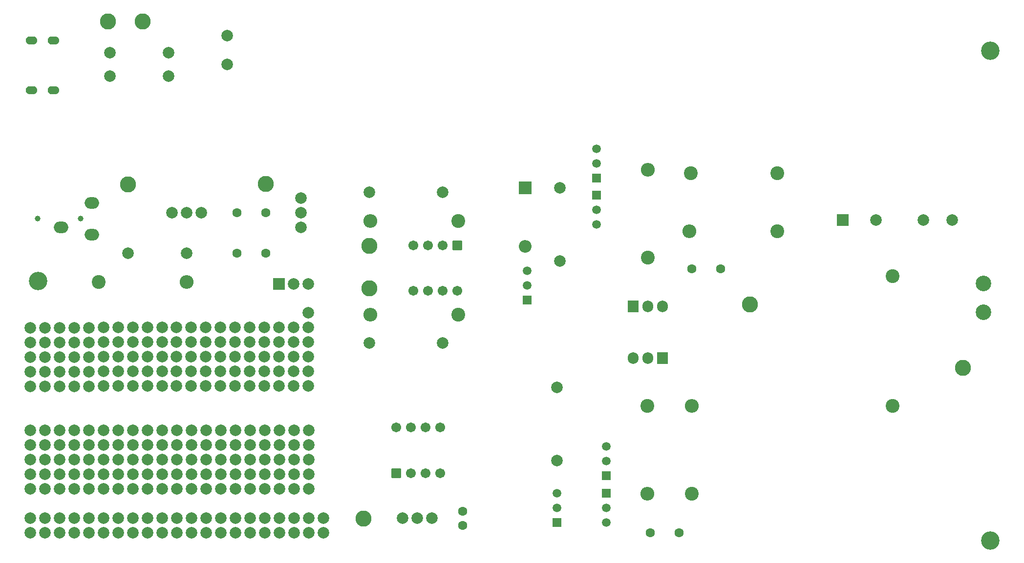
<source format=gbr>
%TF.GenerationSoftware,KiCad,Pcbnew,9.0.4*%
%TF.CreationDate,2025-12-01T10:50:38-05:00*%
%TF.ProjectId,Class D Amplifier V2,436c6173-7320-4442-9041-6d706c696669,rev?*%
%TF.SameCoordinates,Original*%
%TF.FileFunction,Soldermask,Bot*%
%TF.FilePolarity,Negative*%
%FSLAX46Y46*%
G04 Gerber Fmt 4.6, Leading zero omitted, Abs format (unit mm)*
G04 Created by KiCad (PCBNEW 9.0.4) date 2025-12-01 10:50:38*
%MOMM*%
%LPD*%
G01*
G04 APERTURE LIST*
G04 Aperture macros list*
%AMRoundRect*
0 Rectangle with rounded corners*
0 $1 Rounding radius*
0 $2 $3 $4 $5 $6 $7 $8 $9 X,Y pos of 4 corners*
0 Add a 4 corners polygon primitive as box body*
4,1,4,$2,$3,$4,$5,$6,$7,$8,$9,$2,$3,0*
0 Add four circle primitives for the rounded corners*
1,1,$1+$1,$2,$3*
1,1,$1+$1,$4,$5*
1,1,$1+$1,$6,$7*
1,1,$1+$1,$8,$9*
0 Add four rect primitives between the rounded corners*
20,1,$1+$1,$2,$3,$4,$5,0*
20,1,$1+$1,$4,$5,$6,$7,0*
20,1,$1+$1,$6,$7,$8,$9,0*
20,1,$1+$1,$8,$9,$2,$3,0*%
G04 Aperture macros list end*
%ADD10C,0.010000*%
%ADD11C,2.400000*%
%ADD12O,2.400000X2.400000*%
%ADD13C,2.000000*%
%ADD14R,1.500000X1.500000*%
%ADD15C,1.500000*%
%ADD16RoundRect,0.102000X-0.750000X0.750000X-0.750000X-0.750000X0.750000X-0.750000X0.750000X0.750000X0*%
%ADD17C,1.704000*%
%ADD18C,3.200000*%
%ADD19C,2.800000*%
%ADD20R,2.200000X2.200000*%
%ADD21O,2.200000X2.200000*%
%ADD22R,2.000000X2.000000*%
%ADD23C,1.600000*%
%ADD24C,0.990600*%
%ADD25O,2.500000X2.000000*%
%ADD26C,2.704000*%
%ADD27RoundRect,0.102000X0.750000X-0.750000X0.750000X0.750000X-0.750000X0.750000X-0.750000X-0.750000X0*%
%ADD28R,1.905000X2.000000*%
%ADD29O,1.905000X2.000000*%
G04 APERTURE END LIST*
D10*
%TO.C,J2*%
X4129000Y-7545000D02*
X4163000Y-7548000D01*
X4197000Y-7552000D01*
X4230000Y-7558000D01*
X4263000Y-7566000D01*
X4296000Y-7576000D01*
X4328000Y-7587000D01*
X4359000Y-7600000D01*
X4390000Y-7615000D01*
X4420000Y-7631000D01*
X4449000Y-7649000D01*
X4477000Y-7668000D01*
X4504000Y-7689000D01*
X4530000Y-7711000D01*
X4555000Y-7734000D01*
X4578000Y-7759000D01*
X4600000Y-7785000D01*
X4621000Y-7812000D01*
X4640000Y-7840000D01*
X4658000Y-7869000D01*
X4674000Y-7899000D01*
X4689000Y-7930000D01*
X4702000Y-7961000D01*
X4713000Y-7993000D01*
X4723000Y-8026000D01*
X4731000Y-8059000D01*
X4737000Y-8092000D01*
X4741000Y-8126000D01*
X4744000Y-8160000D01*
X4745000Y-8194000D01*
X4744000Y-8228000D01*
X4741000Y-8262000D01*
X4737000Y-8296000D01*
X4731000Y-8329000D01*
X4723000Y-8362000D01*
X4713000Y-8395000D01*
X4702000Y-8427000D01*
X4689000Y-8458000D01*
X4674000Y-8489000D01*
X4658000Y-8519000D01*
X4640000Y-8548000D01*
X4621000Y-8576000D01*
X4600000Y-8603000D01*
X4578000Y-8629000D01*
X4555000Y-8654000D01*
X4530000Y-8677000D01*
X4504000Y-8699000D01*
X4477000Y-8720000D01*
X4449000Y-8739000D01*
X4420000Y-8757000D01*
X4390000Y-8773000D01*
X4359000Y-8788000D01*
X4328000Y-8801000D01*
X4296000Y-8812000D01*
X4263000Y-8822000D01*
X4230000Y-8830000D01*
X4197000Y-8836000D01*
X4163000Y-8840000D01*
X4129000Y-8843000D01*
X4095000Y-8844000D01*
X3495000Y-8844000D01*
X3461000Y-8843000D01*
X3427000Y-8840000D01*
X3393000Y-8836000D01*
X3360000Y-8830000D01*
X3327000Y-8822000D01*
X3294000Y-8812000D01*
X3262000Y-8801000D01*
X3231000Y-8788000D01*
X3200000Y-8773000D01*
X3170000Y-8757000D01*
X3141000Y-8739000D01*
X3113000Y-8720000D01*
X3086000Y-8699000D01*
X3060000Y-8677000D01*
X3035000Y-8654000D01*
X3012000Y-8629000D01*
X2990000Y-8603000D01*
X2969000Y-8576000D01*
X2950000Y-8548000D01*
X2932000Y-8519000D01*
X2916000Y-8489000D01*
X2901000Y-8458000D01*
X2888000Y-8427000D01*
X2877000Y-8395000D01*
X2867000Y-8362000D01*
X2859000Y-8329000D01*
X2853000Y-8296000D01*
X2849000Y-8262000D01*
X2846000Y-8228000D01*
X2845000Y-8194000D01*
X2846000Y-8160000D01*
X2849000Y-8126000D01*
X2853000Y-8092000D01*
X2859000Y-8059000D01*
X2867000Y-8026000D01*
X2877000Y-7993000D01*
X2888000Y-7961000D01*
X2901000Y-7930000D01*
X2916000Y-7899000D01*
X2932000Y-7869000D01*
X2950000Y-7840000D01*
X2969000Y-7812000D01*
X2990000Y-7785000D01*
X3012000Y-7759000D01*
X3035000Y-7734000D01*
X3060000Y-7711000D01*
X3086000Y-7689000D01*
X3113000Y-7668000D01*
X3141000Y-7649000D01*
X3170000Y-7631000D01*
X3200000Y-7615000D01*
X3231000Y-7600000D01*
X3262000Y-7587000D01*
X3294000Y-7576000D01*
X3327000Y-7566000D01*
X3360000Y-7558000D01*
X3393000Y-7552000D01*
X3427000Y-7548000D01*
X3461000Y-7545000D01*
X3495000Y-7544000D01*
X4095000Y-7544000D01*
X4129000Y-7545000D01*
G36*
X4129000Y-7545000D02*
G01*
X4163000Y-7548000D01*
X4197000Y-7552000D01*
X4230000Y-7558000D01*
X4263000Y-7566000D01*
X4296000Y-7576000D01*
X4328000Y-7587000D01*
X4359000Y-7600000D01*
X4390000Y-7615000D01*
X4420000Y-7631000D01*
X4449000Y-7649000D01*
X4477000Y-7668000D01*
X4504000Y-7689000D01*
X4530000Y-7711000D01*
X4555000Y-7734000D01*
X4578000Y-7759000D01*
X4600000Y-7785000D01*
X4621000Y-7812000D01*
X4640000Y-7840000D01*
X4658000Y-7869000D01*
X4674000Y-7899000D01*
X4689000Y-7930000D01*
X4702000Y-7961000D01*
X4713000Y-7993000D01*
X4723000Y-8026000D01*
X4731000Y-8059000D01*
X4737000Y-8092000D01*
X4741000Y-8126000D01*
X4744000Y-8160000D01*
X4745000Y-8194000D01*
X4744000Y-8228000D01*
X4741000Y-8262000D01*
X4737000Y-8296000D01*
X4731000Y-8329000D01*
X4723000Y-8362000D01*
X4713000Y-8395000D01*
X4702000Y-8427000D01*
X4689000Y-8458000D01*
X4674000Y-8489000D01*
X4658000Y-8519000D01*
X4640000Y-8548000D01*
X4621000Y-8576000D01*
X4600000Y-8603000D01*
X4578000Y-8629000D01*
X4555000Y-8654000D01*
X4530000Y-8677000D01*
X4504000Y-8699000D01*
X4477000Y-8720000D01*
X4449000Y-8739000D01*
X4420000Y-8757000D01*
X4390000Y-8773000D01*
X4359000Y-8788000D01*
X4328000Y-8801000D01*
X4296000Y-8812000D01*
X4263000Y-8822000D01*
X4230000Y-8830000D01*
X4197000Y-8836000D01*
X4163000Y-8840000D01*
X4129000Y-8843000D01*
X4095000Y-8844000D01*
X3495000Y-8844000D01*
X3461000Y-8843000D01*
X3427000Y-8840000D01*
X3393000Y-8836000D01*
X3360000Y-8830000D01*
X3327000Y-8822000D01*
X3294000Y-8812000D01*
X3262000Y-8801000D01*
X3231000Y-8788000D01*
X3200000Y-8773000D01*
X3170000Y-8757000D01*
X3141000Y-8739000D01*
X3113000Y-8720000D01*
X3086000Y-8699000D01*
X3060000Y-8677000D01*
X3035000Y-8654000D01*
X3012000Y-8629000D01*
X2990000Y-8603000D01*
X2969000Y-8576000D01*
X2950000Y-8548000D01*
X2932000Y-8519000D01*
X2916000Y-8489000D01*
X2901000Y-8458000D01*
X2888000Y-8427000D01*
X2877000Y-8395000D01*
X2867000Y-8362000D01*
X2859000Y-8329000D01*
X2853000Y-8296000D01*
X2849000Y-8262000D01*
X2846000Y-8228000D01*
X2845000Y-8194000D01*
X2846000Y-8160000D01*
X2849000Y-8126000D01*
X2853000Y-8092000D01*
X2859000Y-8059000D01*
X2867000Y-8026000D01*
X2877000Y-7993000D01*
X2888000Y-7961000D01*
X2901000Y-7930000D01*
X2916000Y-7899000D01*
X2932000Y-7869000D01*
X2950000Y-7840000D01*
X2969000Y-7812000D01*
X2990000Y-7785000D01*
X3012000Y-7759000D01*
X3035000Y-7734000D01*
X3060000Y-7711000D01*
X3086000Y-7689000D01*
X3113000Y-7668000D01*
X3141000Y-7649000D01*
X3170000Y-7631000D01*
X3200000Y-7615000D01*
X3231000Y-7600000D01*
X3262000Y-7587000D01*
X3294000Y-7576000D01*
X3327000Y-7566000D01*
X3360000Y-7558000D01*
X3393000Y-7552000D01*
X3427000Y-7548000D01*
X3461000Y-7545000D01*
X3495000Y-7544000D01*
X4095000Y-7544000D01*
X4129000Y-7545000D01*
G37*
X4129000Y-16185000D02*
X4163000Y-16188000D01*
X4197000Y-16192000D01*
X4230000Y-16198000D01*
X4263000Y-16206000D01*
X4296000Y-16216000D01*
X4328000Y-16227000D01*
X4359000Y-16240000D01*
X4390000Y-16255000D01*
X4420000Y-16271000D01*
X4449000Y-16289000D01*
X4477000Y-16308000D01*
X4504000Y-16329000D01*
X4530000Y-16351000D01*
X4555000Y-16374000D01*
X4578000Y-16399000D01*
X4600000Y-16425000D01*
X4621000Y-16452000D01*
X4640000Y-16480000D01*
X4658000Y-16509000D01*
X4674000Y-16539000D01*
X4689000Y-16570000D01*
X4702000Y-16601000D01*
X4713000Y-16633000D01*
X4723000Y-16666000D01*
X4731000Y-16699000D01*
X4737000Y-16732000D01*
X4741000Y-16766000D01*
X4744000Y-16800000D01*
X4745000Y-16834000D01*
X4744000Y-16868000D01*
X4741000Y-16902000D01*
X4737000Y-16936000D01*
X4731000Y-16969000D01*
X4723000Y-17002000D01*
X4713000Y-17035000D01*
X4702000Y-17067000D01*
X4689000Y-17098000D01*
X4674000Y-17129000D01*
X4658000Y-17159000D01*
X4640000Y-17188000D01*
X4621000Y-17216000D01*
X4600000Y-17243000D01*
X4578000Y-17269000D01*
X4555000Y-17294000D01*
X4530000Y-17317000D01*
X4504000Y-17339000D01*
X4477000Y-17360000D01*
X4449000Y-17379000D01*
X4420000Y-17397000D01*
X4390000Y-17413000D01*
X4359000Y-17428000D01*
X4328000Y-17441000D01*
X4296000Y-17452000D01*
X4263000Y-17462000D01*
X4230000Y-17470000D01*
X4197000Y-17476000D01*
X4163000Y-17480000D01*
X4129000Y-17483000D01*
X4095000Y-17484000D01*
X3495000Y-17484000D01*
X3461000Y-17483000D01*
X3427000Y-17480000D01*
X3393000Y-17476000D01*
X3360000Y-17470000D01*
X3327000Y-17462000D01*
X3294000Y-17452000D01*
X3262000Y-17441000D01*
X3231000Y-17428000D01*
X3200000Y-17413000D01*
X3170000Y-17397000D01*
X3141000Y-17379000D01*
X3113000Y-17360000D01*
X3086000Y-17339000D01*
X3060000Y-17317000D01*
X3035000Y-17294000D01*
X3012000Y-17269000D01*
X2990000Y-17243000D01*
X2969000Y-17216000D01*
X2950000Y-17188000D01*
X2932000Y-17159000D01*
X2916000Y-17129000D01*
X2901000Y-17098000D01*
X2888000Y-17067000D01*
X2877000Y-17035000D01*
X2867000Y-17002000D01*
X2859000Y-16969000D01*
X2853000Y-16936000D01*
X2849000Y-16902000D01*
X2846000Y-16868000D01*
X2845000Y-16834000D01*
X2846000Y-16800000D01*
X2849000Y-16766000D01*
X2853000Y-16732000D01*
X2859000Y-16699000D01*
X2867000Y-16666000D01*
X2877000Y-16633000D01*
X2888000Y-16601000D01*
X2901000Y-16570000D01*
X2916000Y-16539000D01*
X2932000Y-16509000D01*
X2950000Y-16480000D01*
X2969000Y-16452000D01*
X2990000Y-16425000D01*
X3012000Y-16399000D01*
X3035000Y-16374000D01*
X3060000Y-16351000D01*
X3086000Y-16329000D01*
X3113000Y-16308000D01*
X3141000Y-16289000D01*
X3170000Y-16271000D01*
X3200000Y-16255000D01*
X3231000Y-16240000D01*
X3262000Y-16227000D01*
X3294000Y-16216000D01*
X3327000Y-16206000D01*
X3360000Y-16198000D01*
X3393000Y-16192000D01*
X3427000Y-16188000D01*
X3461000Y-16185000D01*
X3495000Y-16184000D01*
X4095000Y-16184000D01*
X4129000Y-16185000D01*
G36*
X4129000Y-16185000D02*
G01*
X4163000Y-16188000D01*
X4197000Y-16192000D01*
X4230000Y-16198000D01*
X4263000Y-16206000D01*
X4296000Y-16216000D01*
X4328000Y-16227000D01*
X4359000Y-16240000D01*
X4390000Y-16255000D01*
X4420000Y-16271000D01*
X4449000Y-16289000D01*
X4477000Y-16308000D01*
X4504000Y-16329000D01*
X4530000Y-16351000D01*
X4555000Y-16374000D01*
X4578000Y-16399000D01*
X4600000Y-16425000D01*
X4621000Y-16452000D01*
X4640000Y-16480000D01*
X4658000Y-16509000D01*
X4674000Y-16539000D01*
X4689000Y-16570000D01*
X4702000Y-16601000D01*
X4713000Y-16633000D01*
X4723000Y-16666000D01*
X4731000Y-16699000D01*
X4737000Y-16732000D01*
X4741000Y-16766000D01*
X4744000Y-16800000D01*
X4745000Y-16834000D01*
X4744000Y-16868000D01*
X4741000Y-16902000D01*
X4737000Y-16936000D01*
X4731000Y-16969000D01*
X4723000Y-17002000D01*
X4713000Y-17035000D01*
X4702000Y-17067000D01*
X4689000Y-17098000D01*
X4674000Y-17129000D01*
X4658000Y-17159000D01*
X4640000Y-17188000D01*
X4621000Y-17216000D01*
X4600000Y-17243000D01*
X4578000Y-17269000D01*
X4555000Y-17294000D01*
X4530000Y-17317000D01*
X4504000Y-17339000D01*
X4477000Y-17360000D01*
X4449000Y-17379000D01*
X4420000Y-17397000D01*
X4390000Y-17413000D01*
X4359000Y-17428000D01*
X4328000Y-17441000D01*
X4296000Y-17452000D01*
X4263000Y-17462000D01*
X4230000Y-17470000D01*
X4197000Y-17476000D01*
X4163000Y-17480000D01*
X4129000Y-17483000D01*
X4095000Y-17484000D01*
X3495000Y-17484000D01*
X3461000Y-17483000D01*
X3427000Y-17480000D01*
X3393000Y-17476000D01*
X3360000Y-17470000D01*
X3327000Y-17462000D01*
X3294000Y-17452000D01*
X3262000Y-17441000D01*
X3231000Y-17428000D01*
X3200000Y-17413000D01*
X3170000Y-17397000D01*
X3141000Y-17379000D01*
X3113000Y-17360000D01*
X3086000Y-17339000D01*
X3060000Y-17317000D01*
X3035000Y-17294000D01*
X3012000Y-17269000D01*
X2990000Y-17243000D01*
X2969000Y-17216000D01*
X2950000Y-17188000D01*
X2932000Y-17159000D01*
X2916000Y-17129000D01*
X2901000Y-17098000D01*
X2888000Y-17067000D01*
X2877000Y-17035000D01*
X2867000Y-17002000D01*
X2859000Y-16969000D01*
X2853000Y-16936000D01*
X2849000Y-16902000D01*
X2846000Y-16868000D01*
X2845000Y-16834000D01*
X2846000Y-16800000D01*
X2849000Y-16766000D01*
X2853000Y-16732000D01*
X2859000Y-16699000D01*
X2867000Y-16666000D01*
X2877000Y-16633000D01*
X2888000Y-16601000D01*
X2901000Y-16570000D01*
X2916000Y-16539000D01*
X2932000Y-16509000D01*
X2950000Y-16480000D01*
X2969000Y-16452000D01*
X2990000Y-16425000D01*
X3012000Y-16399000D01*
X3035000Y-16374000D01*
X3060000Y-16351000D01*
X3086000Y-16329000D01*
X3113000Y-16308000D01*
X3141000Y-16289000D01*
X3170000Y-16271000D01*
X3200000Y-16255000D01*
X3231000Y-16240000D01*
X3262000Y-16227000D01*
X3294000Y-16216000D01*
X3327000Y-16206000D01*
X3360000Y-16198000D01*
X3393000Y-16192000D01*
X3427000Y-16188000D01*
X3461000Y-16185000D01*
X3495000Y-16184000D01*
X4095000Y-16184000D01*
X4129000Y-16185000D01*
G37*
X7929000Y-7545000D02*
X7963000Y-7548000D01*
X7997000Y-7552000D01*
X8030000Y-7558000D01*
X8063000Y-7566000D01*
X8096000Y-7576000D01*
X8128000Y-7587000D01*
X8159000Y-7600000D01*
X8190000Y-7615000D01*
X8220000Y-7631000D01*
X8249000Y-7649000D01*
X8277000Y-7668000D01*
X8304000Y-7689000D01*
X8330000Y-7711000D01*
X8355000Y-7734000D01*
X8378000Y-7759000D01*
X8400000Y-7785000D01*
X8421000Y-7812000D01*
X8440000Y-7840000D01*
X8458000Y-7869000D01*
X8474000Y-7899000D01*
X8489000Y-7930000D01*
X8502000Y-7961000D01*
X8513000Y-7993000D01*
X8523000Y-8026000D01*
X8531000Y-8059000D01*
X8537000Y-8092000D01*
X8541000Y-8126000D01*
X8544000Y-8160000D01*
X8545000Y-8194000D01*
X8544000Y-8228000D01*
X8541000Y-8262000D01*
X8537000Y-8296000D01*
X8531000Y-8329000D01*
X8523000Y-8362000D01*
X8513000Y-8395000D01*
X8502000Y-8427000D01*
X8489000Y-8458000D01*
X8474000Y-8489000D01*
X8458000Y-8519000D01*
X8440000Y-8548000D01*
X8421000Y-8576000D01*
X8400000Y-8603000D01*
X8378000Y-8629000D01*
X8355000Y-8654000D01*
X8330000Y-8677000D01*
X8304000Y-8699000D01*
X8277000Y-8720000D01*
X8249000Y-8739000D01*
X8220000Y-8757000D01*
X8190000Y-8773000D01*
X8159000Y-8788000D01*
X8128000Y-8801000D01*
X8096000Y-8812000D01*
X8063000Y-8822000D01*
X8030000Y-8830000D01*
X7997000Y-8836000D01*
X7963000Y-8840000D01*
X7929000Y-8843000D01*
X7895000Y-8844000D01*
X7295000Y-8844000D01*
X7261000Y-8843000D01*
X7227000Y-8840000D01*
X7193000Y-8836000D01*
X7160000Y-8830000D01*
X7127000Y-8822000D01*
X7094000Y-8812000D01*
X7062000Y-8801000D01*
X7031000Y-8788000D01*
X7000000Y-8773000D01*
X6970000Y-8757000D01*
X6941000Y-8739000D01*
X6913000Y-8720000D01*
X6886000Y-8699000D01*
X6860000Y-8677000D01*
X6835000Y-8654000D01*
X6812000Y-8629000D01*
X6790000Y-8603000D01*
X6769000Y-8576000D01*
X6750000Y-8548000D01*
X6732000Y-8519000D01*
X6716000Y-8489000D01*
X6701000Y-8458000D01*
X6688000Y-8427000D01*
X6677000Y-8395000D01*
X6667000Y-8362000D01*
X6659000Y-8329000D01*
X6653000Y-8296000D01*
X6649000Y-8262000D01*
X6646000Y-8228000D01*
X6645000Y-8194000D01*
X6646000Y-8160000D01*
X6649000Y-8126000D01*
X6653000Y-8092000D01*
X6659000Y-8059000D01*
X6667000Y-8026000D01*
X6677000Y-7993000D01*
X6688000Y-7961000D01*
X6701000Y-7930000D01*
X6716000Y-7899000D01*
X6732000Y-7869000D01*
X6750000Y-7840000D01*
X6769000Y-7812000D01*
X6790000Y-7785000D01*
X6812000Y-7759000D01*
X6835000Y-7734000D01*
X6860000Y-7711000D01*
X6886000Y-7689000D01*
X6913000Y-7668000D01*
X6941000Y-7649000D01*
X6970000Y-7631000D01*
X7000000Y-7615000D01*
X7031000Y-7600000D01*
X7062000Y-7587000D01*
X7094000Y-7576000D01*
X7127000Y-7566000D01*
X7160000Y-7558000D01*
X7193000Y-7552000D01*
X7227000Y-7548000D01*
X7261000Y-7545000D01*
X7295000Y-7544000D01*
X7895000Y-7544000D01*
X7929000Y-7545000D01*
G36*
X7929000Y-7545000D02*
G01*
X7963000Y-7548000D01*
X7997000Y-7552000D01*
X8030000Y-7558000D01*
X8063000Y-7566000D01*
X8096000Y-7576000D01*
X8128000Y-7587000D01*
X8159000Y-7600000D01*
X8190000Y-7615000D01*
X8220000Y-7631000D01*
X8249000Y-7649000D01*
X8277000Y-7668000D01*
X8304000Y-7689000D01*
X8330000Y-7711000D01*
X8355000Y-7734000D01*
X8378000Y-7759000D01*
X8400000Y-7785000D01*
X8421000Y-7812000D01*
X8440000Y-7840000D01*
X8458000Y-7869000D01*
X8474000Y-7899000D01*
X8489000Y-7930000D01*
X8502000Y-7961000D01*
X8513000Y-7993000D01*
X8523000Y-8026000D01*
X8531000Y-8059000D01*
X8537000Y-8092000D01*
X8541000Y-8126000D01*
X8544000Y-8160000D01*
X8545000Y-8194000D01*
X8544000Y-8228000D01*
X8541000Y-8262000D01*
X8537000Y-8296000D01*
X8531000Y-8329000D01*
X8523000Y-8362000D01*
X8513000Y-8395000D01*
X8502000Y-8427000D01*
X8489000Y-8458000D01*
X8474000Y-8489000D01*
X8458000Y-8519000D01*
X8440000Y-8548000D01*
X8421000Y-8576000D01*
X8400000Y-8603000D01*
X8378000Y-8629000D01*
X8355000Y-8654000D01*
X8330000Y-8677000D01*
X8304000Y-8699000D01*
X8277000Y-8720000D01*
X8249000Y-8739000D01*
X8220000Y-8757000D01*
X8190000Y-8773000D01*
X8159000Y-8788000D01*
X8128000Y-8801000D01*
X8096000Y-8812000D01*
X8063000Y-8822000D01*
X8030000Y-8830000D01*
X7997000Y-8836000D01*
X7963000Y-8840000D01*
X7929000Y-8843000D01*
X7895000Y-8844000D01*
X7295000Y-8844000D01*
X7261000Y-8843000D01*
X7227000Y-8840000D01*
X7193000Y-8836000D01*
X7160000Y-8830000D01*
X7127000Y-8822000D01*
X7094000Y-8812000D01*
X7062000Y-8801000D01*
X7031000Y-8788000D01*
X7000000Y-8773000D01*
X6970000Y-8757000D01*
X6941000Y-8739000D01*
X6913000Y-8720000D01*
X6886000Y-8699000D01*
X6860000Y-8677000D01*
X6835000Y-8654000D01*
X6812000Y-8629000D01*
X6790000Y-8603000D01*
X6769000Y-8576000D01*
X6750000Y-8548000D01*
X6732000Y-8519000D01*
X6716000Y-8489000D01*
X6701000Y-8458000D01*
X6688000Y-8427000D01*
X6677000Y-8395000D01*
X6667000Y-8362000D01*
X6659000Y-8329000D01*
X6653000Y-8296000D01*
X6649000Y-8262000D01*
X6646000Y-8228000D01*
X6645000Y-8194000D01*
X6646000Y-8160000D01*
X6649000Y-8126000D01*
X6653000Y-8092000D01*
X6659000Y-8059000D01*
X6667000Y-8026000D01*
X6677000Y-7993000D01*
X6688000Y-7961000D01*
X6701000Y-7930000D01*
X6716000Y-7899000D01*
X6732000Y-7869000D01*
X6750000Y-7840000D01*
X6769000Y-7812000D01*
X6790000Y-7785000D01*
X6812000Y-7759000D01*
X6835000Y-7734000D01*
X6860000Y-7711000D01*
X6886000Y-7689000D01*
X6913000Y-7668000D01*
X6941000Y-7649000D01*
X6970000Y-7631000D01*
X7000000Y-7615000D01*
X7031000Y-7600000D01*
X7062000Y-7587000D01*
X7094000Y-7576000D01*
X7127000Y-7566000D01*
X7160000Y-7558000D01*
X7193000Y-7552000D01*
X7227000Y-7548000D01*
X7261000Y-7545000D01*
X7295000Y-7544000D01*
X7895000Y-7544000D01*
X7929000Y-7545000D01*
G37*
X7929000Y-16185000D02*
X7963000Y-16188000D01*
X7997000Y-16192000D01*
X8030000Y-16198000D01*
X8063000Y-16206000D01*
X8096000Y-16216000D01*
X8128000Y-16227000D01*
X8159000Y-16240000D01*
X8190000Y-16255000D01*
X8220000Y-16271000D01*
X8249000Y-16289000D01*
X8277000Y-16308000D01*
X8304000Y-16329000D01*
X8330000Y-16351000D01*
X8355000Y-16374000D01*
X8378000Y-16399000D01*
X8400000Y-16425000D01*
X8421000Y-16452000D01*
X8440000Y-16480000D01*
X8458000Y-16509000D01*
X8474000Y-16539000D01*
X8489000Y-16570000D01*
X8502000Y-16601000D01*
X8513000Y-16633000D01*
X8523000Y-16666000D01*
X8531000Y-16699000D01*
X8537000Y-16732000D01*
X8541000Y-16766000D01*
X8544000Y-16800000D01*
X8545000Y-16834000D01*
X8544000Y-16868000D01*
X8541000Y-16902000D01*
X8537000Y-16936000D01*
X8531000Y-16969000D01*
X8523000Y-17002000D01*
X8513000Y-17035000D01*
X8502000Y-17067000D01*
X8489000Y-17098000D01*
X8474000Y-17129000D01*
X8458000Y-17159000D01*
X8440000Y-17188000D01*
X8421000Y-17216000D01*
X8400000Y-17243000D01*
X8378000Y-17269000D01*
X8355000Y-17294000D01*
X8330000Y-17317000D01*
X8304000Y-17339000D01*
X8277000Y-17360000D01*
X8249000Y-17379000D01*
X8220000Y-17397000D01*
X8190000Y-17413000D01*
X8159000Y-17428000D01*
X8128000Y-17441000D01*
X8096000Y-17452000D01*
X8063000Y-17462000D01*
X8030000Y-17470000D01*
X7997000Y-17476000D01*
X7963000Y-17480000D01*
X7929000Y-17483000D01*
X7895000Y-17484000D01*
X7295000Y-17484000D01*
X7261000Y-17483000D01*
X7227000Y-17480000D01*
X7193000Y-17476000D01*
X7160000Y-17470000D01*
X7127000Y-17462000D01*
X7094000Y-17452000D01*
X7062000Y-17441000D01*
X7031000Y-17428000D01*
X7000000Y-17413000D01*
X6970000Y-17397000D01*
X6941000Y-17379000D01*
X6913000Y-17360000D01*
X6886000Y-17339000D01*
X6860000Y-17317000D01*
X6835000Y-17294000D01*
X6812000Y-17269000D01*
X6790000Y-17243000D01*
X6769000Y-17216000D01*
X6750000Y-17188000D01*
X6732000Y-17159000D01*
X6716000Y-17129000D01*
X6701000Y-17098000D01*
X6688000Y-17067000D01*
X6677000Y-17035000D01*
X6667000Y-17002000D01*
X6659000Y-16969000D01*
X6653000Y-16936000D01*
X6649000Y-16902000D01*
X6646000Y-16868000D01*
X6645000Y-16834000D01*
X6646000Y-16800000D01*
X6649000Y-16766000D01*
X6653000Y-16732000D01*
X6659000Y-16699000D01*
X6667000Y-16666000D01*
X6677000Y-16633000D01*
X6688000Y-16601000D01*
X6701000Y-16570000D01*
X6716000Y-16539000D01*
X6732000Y-16509000D01*
X6750000Y-16480000D01*
X6769000Y-16452000D01*
X6790000Y-16425000D01*
X6812000Y-16399000D01*
X6835000Y-16374000D01*
X6860000Y-16351000D01*
X6886000Y-16329000D01*
X6913000Y-16308000D01*
X6941000Y-16289000D01*
X6970000Y-16271000D01*
X7000000Y-16255000D01*
X7031000Y-16240000D01*
X7062000Y-16227000D01*
X7094000Y-16216000D01*
X7127000Y-16206000D01*
X7160000Y-16198000D01*
X7193000Y-16192000D01*
X7227000Y-16188000D01*
X7261000Y-16185000D01*
X7295000Y-16184000D01*
X7895000Y-16184000D01*
X7929000Y-16185000D01*
G36*
X7929000Y-16185000D02*
G01*
X7963000Y-16188000D01*
X7997000Y-16192000D01*
X8030000Y-16198000D01*
X8063000Y-16206000D01*
X8096000Y-16216000D01*
X8128000Y-16227000D01*
X8159000Y-16240000D01*
X8190000Y-16255000D01*
X8220000Y-16271000D01*
X8249000Y-16289000D01*
X8277000Y-16308000D01*
X8304000Y-16329000D01*
X8330000Y-16351000D01*
X8355000Y-16374000D01*
X8378000Y-16399000D01*
X8400000Y-16425000D01*
X8421000Y-16452000D01*
X8440000Y-16480000D01*
X8458000Y-16509000D01*
X8474000Y-16539000D01*
X8489000Y-16570000D01*
X8502000Y-16601000D01*
X8513000Y-16633000D01*
X8523000Y-16666000D01*
X8531000Y-16699000D01*
X8537000Y-16732000D01*
X8541000Y-16766000D01*
X8544000Y-16800000D01*
X8545000Y-16834000D01*
X8544000Y-16868000D01*
X8541000Y-16902000D01*
X8537000Y-16936000D01*
X8531000Y-16969000D01*
X8523000Y-17002000D01*
X8513000Y-17035000D01*
X8502000Y-17067000D01*
X8489000Y-17098000D01*
X8474000Y-17129000D01*
X8458000Y-17159000D01*
X8440000Y-17188000D01*
X8421000Y-17216000D01*
X8400000Y-17243000D01*
X8378000Y-17269000D01*
X8355000Y-17294000D01*
X8330000Y-17317000D01*
X8304000Y-17339000D01*
X8277000Y-17360000D01*
X8249000Y-17379000D01*
X8220000Y-17397000D01*
X8190000Y-17413000D01*
X8159000Y-17428000D01*
X8128000Y-17441000D01*
X8096000Y-17452000D01*
X8063000Y-17462000D01*
X8030000Y-17470000D01*
X7997000Y-17476000D01*
X7963000Y-17480000D01*
X7929000Y-17483000D01*
X7895000Y-17484000D01*
X7295000Y-17484000D01*
X7261000Y-17483000D01*
X7227000Y-17480000D01*
X7193000Y-17476000D01*
X7160000Y-17470000D01*
X7127000Y-17462000D01*
X7094000Y-17452000D01*
X7062000Y-17441000D01*
X7031000Y-17428000D01*
X7000000Y-17413000D01*
X6970000Y-17397000D01*
X6941000Y-17379000D01*
X6913000Y-17360000D01*
X6886000Y-17339000D01*
X6860000Y-17317000D01*
X6835000Y-17294000D01*
X6812000Y-17269000D01*
X6790000Y-17243000D01*
X6769000Y-17216000D01*
X6750000Y-17188000D01*
X6732000Y-17159000D01*
X6716000Y-17129000D01*
X6701000Y-17098000D01*
X6688000Y-17067000D01*
X6677000Y-17035000D01*
X6667000Y-17002000D01*
X6659000Y-16969000D01*
X6653000Y-16936000D01*
X6649000Y-16902000D01*
X6646000Y-16868000D01*
X6645000Y-16834000D01*
X6646000Y-16800000D01*
X6649000Y-16766000D01*
X6653000Y-16732000D01*
X6659000Y-16699000D01*
X6667000Y-16666000D01*
X6677000Y-16633000D01*
X6688000Y-16601000D01*
X6701000Y-16570000D01*
X6716000Y-16539000D01*
X6732000Y-16509000D01*
X6750000Y-16480000D01*
X6769000Y-16452000D01*
X6790000Y-16425000D01*
X6812000Y-16399000D01*
X6835000Y-16374000D01*
X6860000Y-16351000D01*
X6886000Y-16329000D01*
X6913000Y-16308000D01*
X6941000Y-16289000D01*
X6970000Y-16271000D01*
X7000000Y-16255000D01*
X7031000Y-16240000D01*
X7062000Y-16227000D01*
X7094000Y-16216000D01*
X7127000Y-16206000D01*
X7160000Y-16198000D01*
X7193000Y-16192000D01*
X7227000Y-16188000D01*
X7261000Y-16185000D01*
X7295000Y-16184000D01*
X7895000Y-16184000D01*
X7929000Y-16185000D01*
G37*
%TD*%
D11*
%TO.C,R13*%
X133080000Y-41330000D03*
D12*
X117840000Y-41330000D03*
%TD*%
D13*
%TO.C,R10*%
X94940000Y-68480000D03*
X94940000Y-81180000D03*
%TD*%
D14*
%TO.C,Q6*%
X103440000Y-86790000D03*
D15*
X103440000Y-89330000D03*
X103440000Y-91870000D03*
%TD*%
D16*
%TO.C,U1*%
X77610000Y-43767500D03*
D17*
X75070000Y-43767500D03*
X72530000Y-43767500D03*
X69990000Y-43767500D03*
X69990000Y-51707500D03*
X72530000Y-51707500D03*
X75070000Y-51707500D03*
X77610000Y-51707500D03*
%TD*%
D14*
%TO.C,Q5*%
X103440000Y-83790000D03*
D15*
X103440000Y-81250000D03*
X103440000Y-78710000D03*
%TD*%
D18*
%TO.C,M3*%
X170000000Y-95000000D03*
%TD*%
D13*
%TO.C,R1*%
X30700000Y-45150000D03*
X20540000Y-45150000D03*
%TD*%
D19*
%TO.C,TP5*%
X62425000Y-51232500D03*
%TD*%
D20*
%TO.C,D1*%
X89440000Y-33850000D03*
D21*
X89440000Y-44010000D03*
%TD*%
D13*
%TO.C,R3*%
X17415000Y-14444000D03*
X27575000Y-14444000D03*
%TD*%
%TO.C,C3*%
X37745000Y-7390000D03*
X37745000Y-12390000D03*
%TD*%
D14*
%TO.C,Q3*%
X101790000Y-32100000D03*
D15*
X101790000Y-29560000D03*
X101790000Y-27020000D03*
%TD*%
D22*
%TO.C,SW1*%
X46750000Y-50470000D03*
D13*
X49290000Y-50470000D03*
X51830000Y-50470000D03*
%TD*%
D11*
%TO.C,R7*%
X77810000Y-39557500D03*
D12*
X62570000Y-39557500D03*
%TD*%
D23*
%TO.C,C2*%
X78600000Y-89930000D03*
X78600000Y-92430000D03*
%TD*%
D19*
%TO.C,TP8*%
X17065000Y-4970000D03*
%TD*%
%TO.C,TP9*%
X23065000Y-4970000D03*
%TD*%
D11*
%TO.C,R8*%
X77810000Y-55807500D03*
D12*
X62570000Y-55807500D03*
%TD*%
D11*
%TO.C,R11*%
X110580000Y-71700000D03*
D12*
X110580000Y-86940000D03*
%TD*%
D18*
%TO.C,M3*%
X170000000Y-10000000D03*
%TD*%
D13*
%TO.C,*%
X54410000Y-91110000D03*
%TD*%
D18*
%TO.C,M3*%
X5000000Y-50000000D03*
%TD*%
D24*
%TO.C,J1*%
X4890000Y-39180076D03*
X12390000Y-39180076D03*
D25*
X8990000Y-40680200D03*
X14290002Y-36430018D03*
X14290002Y-41930017D03*
%TD*%
D13*
%TO.C,R6*%
X75090000Y-60707500D03*
X62390000Y-60707500D03*
%TD*%
D19*
%TO.C,TP1*%
X20540000Y-33260000D03*
%TD*%
%TO.C,TP7*%
X165270000Y-65040000D03*
%TD*%
D11*
%TO.C,R14*%
X118240000Y-86910000D03*
D12*
X118240000Y-71670000D03*
%TD*%
D13*
%TO.C,*%
X54410000Y-93650000D03*
%TD*%
D14*
%TO.C,Q4*%
X101790000Y-35100000D03*
D15*
X101790000Y-37640000D03*
X101790000Y-40180000D03*
%TD*%
D13*
%TO.C,RV3*%
X68150000Y-91170000D03*
X70690000Y-91170000D03*
X73230000Y-91170000D03*
%TD*%
D23*
%TO.C,C6*%
X116040000Y-93690000D03*
X111040000Y-93690000D03*
%TD*%
D26*
%TO.C,LS1*%
X168840000Y-55390000D03*
X168840000Y-50390000D03*
%TD*%
D11*
%TO.C,R4*%
X15460000Y-50150000D03*
D12*
X30700000Y-50150000D03*
%TD*%
D23*
%TO.C,C1*%
X44430000Y-38150000D03*
X39430000Y-38150000D03*
%TD*%
D13*
%TO.C,Custom Development Area*%
X3610000Y-58090000D03*
X3610000Y-60630000D03*
X3610000Y-63170000D03*
X3610000Y-65710000D03*
X3610000Y-68250000D03*
X3610000Y-75870000D03*
X3610000Y-78410000D03*
X3610000Y-80950000D03*
X3610000Y-83490000D03*
X3610000Y-86030000D03*
X3610000Y-91110000D03*
X3610000Y-93650000D03*
X6150000Y-58090000D03*
X6150000Y-60630000D03*
X6150000Y-63170000D03*
X6150000Y-65710000D03*
X6150000Y-68250000D03*
X6150000Y-75870000D03*
X6150000Y-78410000D03*
X6150000Y-80950000D03*
X6150000Y-83490000D03*
X6150000Y-86030000D03*
X6150000Y-91110000D03*
X6150000Y-93650000D03*
X8690000Y-58090000D03*
X8690000Y-60630000D03*
X8690000Y-63170000D03*
X8690000Y-65710000D03*
X8690000Y-68250000D03*
X8690000Y-75870000D03*
X8690000Y-78410000D03*
X8690000Y-80950000D03*
X8690000Y-83490000D03*
X8690000Y-86030000D03*
X8690000Y-91110000D03*
X8690000Y-93650000D03*
X11230000Y-58090000D03*
X11230000Y-60630000D03*
X11230000Y-63170000D03*
X11230000Y-65710000D03*
X11230000Y-68250000D03*
X11230000Y-75870000D03*
X11230000Y-78410000D03*
X11230000Y-80950000D03*
X11230000Y-83490000D03*
X11230000Y-86030000D03*
X11230000Y-91110000D03*
X11230000Y-93650000D03*
X13770000Y-58090000D03*
X13770000Y-60630000D03*
X13770000Y-63170000D03*
X13770000Y-65710000D03*
X13770000Y-68250000D03*
X13770000Y-75870000D03*
X13770000Y-78410000D03*
X13770000Y-80950000D03*
X13770000Y-83490000D03*
X13770000Y-86030000D03*
X13770000Y-91110000D03*
X13770000Y-93650000D03*
X16310000Y-58070000D03*
X16310000Y-60610000D03*
X16310000Y-63150000D03*
X16310000Y-65690000D03*
X16310000Y-68230000D03*
X16310000Y-75870000D03*
X16310000Y-78410000D03*
X16310000Y-80950000D03*
X16310000Y-83490000D03*
X16310000Y-86030000D03*
X16310000Y-91110000D03*
X16310000Y-93650000D03*
X18850000Y-58070000D03*
X18850000Y-60610000D03*
X18850000Y-63150000D03*
X18850000Y-65690000D03*
X18850000Y-68230000D03*
X18850000Y-75870000D03*
X18850000Y-78410000D03*
X18850000Y-80950000D03*
X18850000Y-83490000D03*
X18850000Y-86030000D03*
X18850000Y-91110000D03*
X18850000Y-93650000D03*
X21390000Y-58070000D03*
X21390000Y-60610000D03*
X21390000Y-63150000D03*
X21390000Y-65690000D03*
X21390000Y-68230000D03*
X21390000Y-75870000D03*
X21390000Y-78410000D03*
X21390000Y-80950000D03*
X21390000Y-83490000D03*
X21390000Y-86030000D03*
X21390000Y-91110000D03*
X21390000Y-93650000D03*
X23930000Y-58070000D03*
X23930000Y-60610000D03*
X23930000Y-63150000D03*
X23930000Y-65690000D03*
X23930000Y-68230000D03*
X23930000Y-75870000D03*
X23930000Y-78410000D03*
X23930000Y-80950000D03*
X23930000Y-83490000D03*
X23930000Y-86030000D03*
X23930000Y-91110000D03*
X23930000Y-93650000D03*
X26470000Y-58070000D03*
X26470000Y-60610000D03*
X26470000Y-63150000D03*
X26470000Y-65690000D03*
X26470000Y-68230000D03*
X26470000Y-75870000D03*
X26470000Y-78410000D03*
X26470000Y-80950000D03*
X26470000Y-83490000D03*
X26470000Y-86030000D03*
X26470000Y-91110000D03*
X26470000Y-93650000D03*
X28960000Y-58070000D03*
X28960000Y-60610000D03*
X28960000Y-63150000D03*
X28960000Y-65690000D03*
X28960000Y-68230000D03*
X29010000Y-75870000D03*
X29010000Y-78410000D03*
X29010000Y-80950000D03*
X29010000Y-83490000D03*
X29010000Y-86030000D03*
X29010000Y-91110000D03*
X29010000Y-93650000D03*
X31500000Y-58070000D03*
X31500000Y-60610000D03*
X31500000Y-63150000D03*
X31500000Y-65690000D03*
X31500000Y-68230000D03*
X31550000Y-75870000D03*
X31550000Y-78410000D03*
X31550000Y-80950000D03*
X31550000Y-83490000D03*
X31550000Y-86030000D03*
X31550000Y-91110000D03*
X31550000Y-93650000D03*
X34040000Y-58070000D03*
X34040000Y-60610000D03*
X34040000Y-63150000D03*
X34040000Y-65690000D03*
X34040000Y-68230000D03*
X34090000Y-75870000D03*
X34090000Y-78410000D03*
X34090000Y-80950000D03*
X34090000Y-83490000D03*
X34090000Y-86030000D03*
X34090000Y-91110000D03*
X34090000Y-93650000D03*
X36580000Y-58070000D03*
X36580000Y-60610000D03*
X36580000Y-63150000D03*
X36580000Y-65690000D03*
X36580000Y-68230000D03*
X36630000Y-75870000D03*
X36630000Y-78410000D03*
X36630000Y-80950000D03*
X36630000Y-83490000D03*
X36630000Y-86030000D03*
X36630000Y-91110000D03*
X36630000Y-93650000D03*
X39120000Y-58070000D03*
X39120000Y-60610000D03*
X39120000Y-63150000D03*
X39120000Y-65690000D03*
X39120000Y-68230000D03*
X39170000Y-75870000D03*
X39170000Y-78410000D03*
X39170000Y-80950000D03*
X39170000Y-83490000D03*
X39170000Y-86030000D03*
X39170000Y-91110000D03*
X39170000Y-93650000D03*
X41660000Y-58050000D03*
X41660000Y-60590000D03*
X41660000Y-63130000D03*
X41660000Y-65670000D03*
X41660000Y-68210000D03*
X41710000Y-75870000D03*
X41710000Y-78410000D03*
X41710000Y-80950000D03*
X41710000Y-83490000D03*
X41710000Y-86030000D03*
X41710000Y-91110000D03*
X41710000Y-93650000D03*
X44200000Y-58050000D03*
X44200000Y-60590000D03*
X44200000Y-63130000D03*
X44200000Y-65670000D03*
X44200000Y-68210000D03*
X44250000Y-75870000D03*
X44250000Y-78410000D03*
X44250000Y-80950000D03*
X44250000Y-83490000D03*
X44250000Y-86030000D03*
X44250000Y-91110000D03*
X44250000Y-93650000D03*
X46740000Y-58050000D03*
X46740000Y-60590000D03*
X46740000Y-63130000D03*
X46740000Y-65670000D03*
X46740000Y-68210000D03*
X46790000Y-75870000D03*
X46790000Y-78410000D03*
X46790000Y-80950000D03*
X46790000Y-83490000D03*
X46790000Y-86030000D03*
X46790000Y-91110000D03*
X46790000Y-93650000D03*
X49280000Y-58050000D03*
X49280000Y-60590000D03*
X49280000Y-63130000D03*
X49280000Y-65670000D03*
X49280000Y-68210000D03*
X49330000Y-75870000D03*
X49330000Y-78410000D03*
X49330000Y-80950000D03*
X49330000Y-83490000D03*
X49330000Y-86030000D03*
X49330000Y-91110000D03*
X49330000Y-93650000D03*
X51820000Y-58050000D03*
X51820000Y-60590000D03*
X51820000Y-63130000D03*
X51820000Y-65670000D03*
X51820000Y-68210000D03*
X51870000Y-75870000D03*
X51870000Y-78410000D03*
X51870000Y-80950000D03*
X51870000Y-83490000D03*
X51870000Y-86030000D03*
X51870000Y-91110000D03*
X51870000Y-93650000D03*
%TD*%
D19*
%TO.C,TP2*%
X44430000Y-33150000D03*
%TD*%
D13*
%TO.C,RV2*%
X50520000Y-40700000D03*
X50520000Y-38160000D03*
X50520000Y-35620000D03*
%TD*%
%TO.C,C9*%
X158420000Y-39390000D03*
X163420000Y-39390000D03*
%TD*%
%TO.C,*%
X51820000Y-55510000D03*
%TD*%
D23*
%TO.C,C5*%
X123240000Y-47880000D03*
X118240000Y-47880000D03*
%TD*%
D13*
%TO.C,R2*%
X17415000Y-10394000D03*
X27575000Y-10394000D03*
%TD*%
D19*
%TO.C,TP3*%
X61410000Y-91190000D03*
%TD*%
D13*
%TO.C,RV1*%
X33240000Y-38140000D03*
X30700000Y-38140000D03*
X28160000Y-38140000D03*
%TD*%
D22*
%TO.C,L1*%
X144408800Y-39380000D03*
D13*
X150200000Y-39380000D03*
%TD*%
D27*
%TO.C,U2*%
X67020000Y-83350000D03*
D17*
X69560000Y-83350000D03*
X72100000Y-83350000D03*
X74640000Y-83350000D03*
X74640000Y-75410000D03*
X72100000Y-75410000D03*
X69560000Y-75410000D03*
X69560000Y-75410000D03*
X67020000Y-75410000D03*
%TD*%
D14*
%TO.C,Q2*%
X94940000Y-91867500D03*
D15*
X94940000Y-89327500D03*
X94940000Y-86787500D03*
%TD*%
D19*
%TO.C,TP6*%
X128340000Y-54080000D03*
%TD*%
D14*
%TO.C,Q1*%
X89740000Y-53280000D03*
D15*
X89740000Y-50740000D03*
X89740000Y-48200000D03*
%TD*%
D13*
%TO.C,R5*%
X75090000Y-34607500D03*
X62390000Y-34607500D03*
%TD*%
D11*
%TO.C,R12*%
X110640000Y-45950000D03*
D12*
X110640000Y-30710000D03*
%TD*%
D28*
%TO.C,Q7*%
X108100000Y-54430000D03*
D29*
X110640000Y-54430000D03*
X113180000Y-54430000D03*
%TD*%
D28*
%TO.C,Q8*%
X113180000Y-63327500D03*
D29*
X110640000Y-63327500D03*
X108100000Y-63327500D03*
%TD*%
D23*
%TO.C,C4*%
X39430000Y-45150000D03*
X44430000Y-45150000D03*
%TD*%
D19*
%TO.C,TP4*%
X62425000Y-43932500D03*
%TD*%
D11*
%TO.C,C7*%
X118080000Y-31280000D03*
X133080000Y-31280000D03*
%TD*%
D13*
%TO.C,R9*%
X95440000Y-33830000D03*
X95440000Y-46530000D03*
%TD*%
D11*
%TO.C,C8*%
X153080000Y-49160000D03*
X153080000Y-71660000D03*
%TD*%
M02*

</source>
